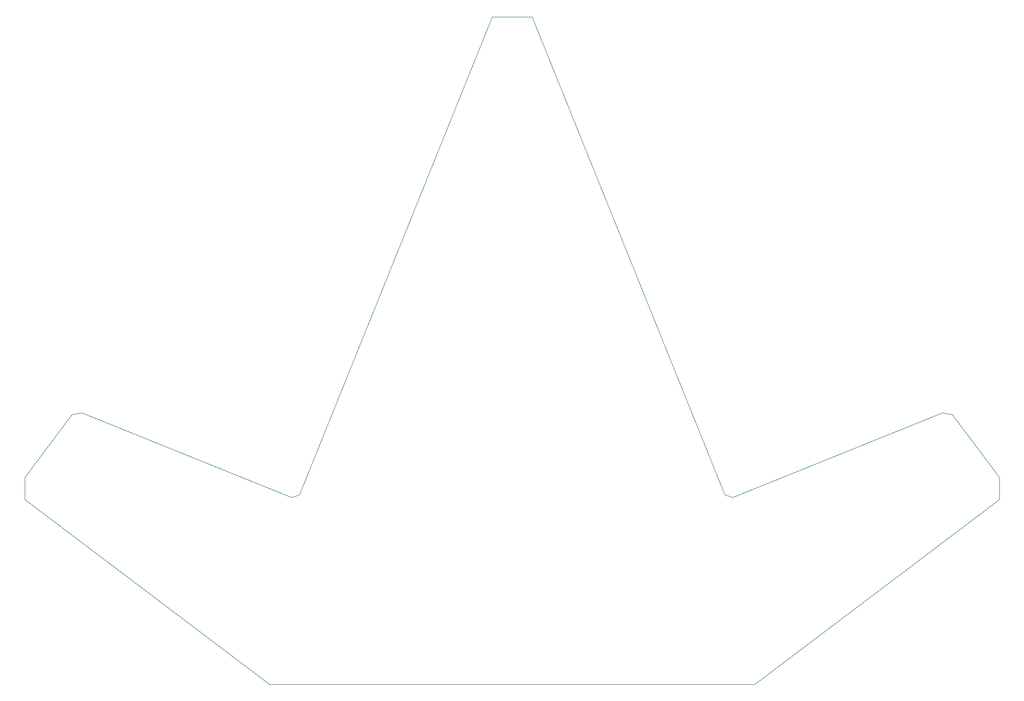
<source format=gbr>
G04 #@! TF.GenerationSoftware,KiCad,Pcbnew,(5.1.4)-1*
G04 #@! TF.CreationDate,2023-05-25T15:27:45-04:00*
G04 #@! TF.ProjectId,ThumbsUp,5468756d-6273-4557-902e-6b696361645f,rev?*
G04 #@! TF.SameCoordinates,Original*
G04 #@! TF.FileFunction,Profile,NP*
%FSLAX46Y46*%
G04 Gerber Fmt 4.6, Leading zero omitted, Abs format (unit mm)*
G04 Created by KiCad (PCBNEW (5.1.4)-1) date 2023-05-25 15:27:45*
%MOMM*%
%LPD*%
G04 APERTURE LIST*
%ADD10C,0.050000*%
G04 APERTURE END LIST*
D10*
X142800000Y236900000D02*
X142200000Y236900000D01*
X141500000Y129300000D02*
X143500000Y129300000D01*
X176775000Y159810000D02*
X178025000Y159375000D01*
X145700000Y236900000D02*
X142800000Y236900000D01*
X181609192Y129283623D02*
X143500000Y129300000D01*
X211860000Y173070000D02*
X213440000Y172790000D01*
X181609192Y129283623D02*
X221100000Y159100000D01*
X108225000Y159810000D02*
X139300000Y236900000D01*
X63900000Y162600000D02*
X71560000Y172790000D01*
X139300000Y236900000D02*
X142200000Y236900000D01*
X103390808Y129283623D02*
X63900000Y159100000D01*
X73140000Y173070000D02*
X106975000Y159375000D01*
X108225000Y159810000D02*
X106975000Y159375000D01*
X73140000Y173070000D02*
X71560000Y172790000D01*
X63900000Y159100000D02*
X63900000Y162600000D01*
X103390808Y129283623D02*
X141500000Y129300000D01*
X176775000Y159810000D02*
X145700000Y236900000D01*
X211860000Y173070000D02*
X178025000Y159375000D01*
X221100000Y162600000D02*
X213440000Y172790000D01*
X221100000Y159100000D02*
X221100000Y162600000D01*
M02*

</source>
